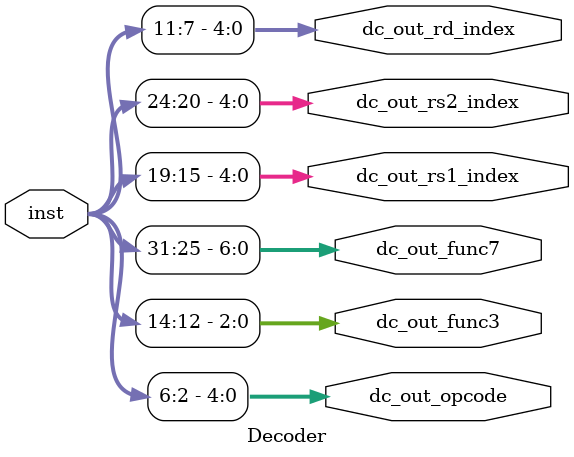
<source format=v>
module Decoder(
    input [31:0] inst,
    output [4:0] dc_out_opcode,
    output [2:0] dc_out_func3,
    output [6:0] dc_out_func7,
    output [4:0] dc_out_rs1_index,
    output [4:0] dc_out_rs2_index,
    output [4:0] dc_out_rd_index
    );
   
    assign dc_out_opcode = inst[6:2];
    assign dc_out_func3 = inst[14:12];
    assign dc_out_func7 = inst[31:25];
    assign dc_out_rs1_index = inst[19:15];
    assign dc_out_rs2_index = inst[24:20];
    assign dc_out_rd_index = inst[11:7];
   
endmodule
</source>
